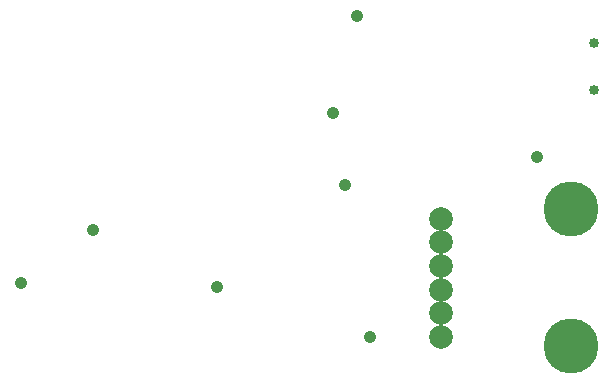
<source format=gbr>
%TF.GenerationSoftware,Altium Limited,Altium Designer,24.10.1 (45)*%
G04 Layer_Color=16711935*
%FSLAX45Y45*%
%MOMM*%
%TF.SameCoordinates,9AD70181-00FA-4A01-9188-FD1DF1966971*%
%TF.FilePolarity,Negative*%
%TF.FileFunction,Soldermask,Bot*%
%TF.Part,Single*%
G01*
G75*
%TA.AperFunction,ComponentPad*%
%ADD43C,0.85320*%
%ADD44C,4.65820*%
%ADD45C,2.00320*%
%TA.AperFunction,ViaPad*%
%ADD46C,1.05320*%
D43*
X14203300Y10182300D02*
D03*
Y9782300D02*
D03*
D44*
X14003200Y7613100D02*
D03*
Y8773100D02*
D03*
D45*
X12903200Y7893100D02*
D03*
Y8093100D02*
D03*
Y8293100D02*
D03*
Y7693100D02*
D03*
Y8693100D02*
D03*
Y8493100D02*
D03*
D46*
X11993267Y9588414D02*
D03*
X13716000Y9220200D02*
D03*
X12090400Y8978900D02*
D03*
X9956800Y8597900D02*
D03*
X12192000Y10414000D02*
D03*
X11010900Y8115300D02*
D03*
X12306300Y7696200D02*
D03*
X9347200Y8153400D02*
D03*
%TF.MD5,ed1a399be239168b97dc130326fc1350*%
M02*

</source>
